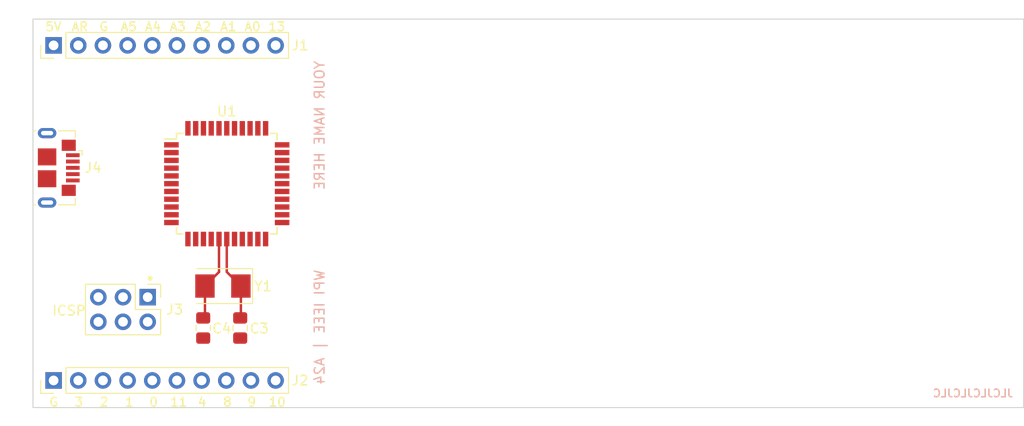
<source format=kicad_pcb>
(kicad_pcb (version 20240108) (generator "pcbnew") (generator_version "8.0")
  (title_block (title "Essentials of PCB Design Starter Board"))
  (layers (0 "F.Cu" signal) (31 "B.Cu" signal) (34 "B.Paste" user) (35 "F.Paste" user) (36 "B.SilkS" user "B.Silkscreen") (37 "F.SilkS" user "F.Silkscreen") (38 "B.Mask" user) (39 "F.Mask" user) (44 "Edge.Cuts" user))
  (net 0 "")
  (net 1 "+5V")
  (net 2 "GND")
  (net 3 "Net-(U1-XTAL1)")
  (net 4 "Net-(U1-XTAL2)")
  (net 5 "Net-(U1-UCAP)")
  (net 6 "/TXLED")
  (net 7 "/RXLED")
  (net 8 "/MISO")
  (net 9 "/SCK")
  (net 10 "/MOSI")
  (net 11 "/RESET")
  (net 12 "Net-(J4-VBUS)")
  (net 13 "/U_D-")
  (net 14 "/U_D+")
  (net 17 "/D+")
  (net 18 "/D-")
  (net 19 "/LED_DIN")
  (net 20 "/AREF")
  (net 21 "/A0")
  (net 22 "/A1")
  (net 23 "/A2")
  (net 24 "/A3")
  (net 25 "/A4")
  (net 26 "/A5")
  (net 28 "/D13")
  (net 29 "/D3")
  (net 30 "/D2")
  (net 31 "/D0")
  (net 32 "/D1")
  (net 33 "/D4")
  (net 34 "/D11")
  (net 36 "/D8")
  (net 37 "/D9")
  (net 39 "/D10")
  (footprint "Capacitor_SMD:C_0805_2012Metric_Pad1.18x1.45mm_HandSolder" (layer "F.Cu") (at 69.342 157.099 -90)
    (property "Reference" "C3" (at 0.051 -1.958 180) (layer "F.SilkS"))
    (property "Value" "22pF")
    (fp_line (start -0.261252 0.735) (end 0.261252 0.735) (stroke (width 0.12)) (layer "F.SilkS"))
    (fp_line (start -0.261252 -0.735) (end 0.261252 -0.735) (stroke (width 0.12)) (layer "F.SilkS"))
    (pad "1" smd roundrect (at -1.0375 0 270) (size 1.175 1.45) (layers "F.Cu" "F.Paste" "F.Mask") (roundrect_rratio 0.2127659574) (net 3 "Net-(U1-XTAL1)"))
    (pad "2" smd roundrect (at 1.0375 0 270) (size 1.175 1.45) (layers "F.Cu" "F.Paste" "F.Mask") (roundrect_rratio 0.2127659574) (net 2 "GND"))
  )
  (footprint "Connector_PinHeader_2.54mm:PinHeader_2x03_P2.54mm_Vertical" (layer "F.Cu") (at 59.817 153.924 -90)
    (property "Reference" "J3" (at 1.276 -2.783 180) (layer "F.SilkS"))
    (property "Value" "ICSP")
    (fp_line (start -1.33 6.41) (end 3.87 6.41) (stroke (width 0.12)) (layer "F.SilkS"))
    (fp_line (start -1.33 1.27) (end -1.33 6.41) (stroke (width 0.12)) (layer "F.SilkS"))
    (fp_line (start -1.33 1.27) (end 1.27 1.27) (stroke (width 0.12)) (layer "F.SilkS"))
    (fp_line (start 1.27 1.27) (end 1.27 -1.33) (stroke (width 0.12)) (layer "F.SilkS"))
    (fp_line (start -1.33 0) (end -1.33 -1.33) (stroke (width 0.12)) (layer "F.SilkS"))
    (fp_line (start -1.33 -1.33) (end 0 -1.33) (stroke (width 0.12)) (layer "F.SilkS"))
    (fp_line (start 1.27 -1.33) (end 3.87 -1.33) (stroke (width 0.12)) (layer "F.SilkS"))
    (fp_line (start 3.87 -1.33) (end 3.87 6.41) (stroke (width 0.12)) (layer "F.SilkS"))
    (pad "1" thru_hole rect (at 0 0 270) (size 1.7 1.7) (drill 1) (layers "*.Cu" "*.Mask") (net 8 "/MISO"))
    (pad "2" thru_hole oval (at 2.54 0 270) (size 1.7 1.7) (drill 1) (layers "*.Cu" "*.Mask") (net 1 "+5V"))
    (pad "3" thru_hole oval (at 0 2.54 270) (size 1.7 1.7) (drill 1) (layers "*.Cu" "*.Mask") (net 9 "/SCK"))
    (pad "4" thru_hole oval (at 2.54 2.54 270) (size 1.7 1.7) (drill 1) (layers "*.Cu" "*.Mask") (net 10 "/MOSI"))
    (pad "5" thru_hole oval (at 0 5.08 270) (size 1.7 1.7) (drill 1) (layers "*.Cu" "*.Mask") (net 11 "/RESET"))
    (pad "6" thru_hole oval (at 2.54 5.08 270) (size 1.7 1.7) (drill 1) (layers "*.Cu" "*.Mask") (net 2 "GND"))
  )
  (footprint "Crystal:Crystal_SMD_5032-2Pin_5.0x3.2mm" (layer "F.Cu") (at 67.564 152.781 180)
    (property "Reference" "Y1" (at -4.136 -0.019 0) (layer "F.SilkS"))
    (property "Value" "16MHz")
    (fp_line (start 2.7 -1.8) (end -3.05 -1.8) (stroke (width 0.12)) (layer "F.SilkS"))
    (fp_line (start -3.05 1.8) (end 2.7 1.8) (stroke (width 0.12)) (layer "F.SilkS"))
    (fp_line (start -3.05 -1.8) (end -3.05 1.8) (stroke (width 0.12)) (layer "F.SilkS"))
    (pad "1" smd rect (at -1.85 0 180) (size 2 2.4) (layers "F.Cu" "F.Paste" "F.Mask") (net 3 "Net-(U1-XTAL1)"))
    (pad "2" smd rect (at 1.85 0 180) (size 2 2.4) (layers "F.Cu" "F.Paste" "F.Mask") (net 4 "Net-(U1-XTAL2)"))
  )
  (footprint "Connector_PinHeader_2.54mm:PinHeader_1x10_P2.54mm_Vertical" (layer "F.Cu") (at 50.13 128 90)
    (property "Reference" "J1" (at 0 25.37 180) (layer "F.SilkS"))
    (property "Value" "Conn_01x10")
    (fp_line (start -1.33 -1.33) (end 0 -1.33) (stroke (width 0.12)) (layer "F.SilkS"))
    (fp_line (start -1.33 0) (end -1.33 -1.33) (stroke (width 0.12)) (layer "F.SilkS"))
    (fp_line (start 1.33 1.27) (end 1.33 24.19) (stroke (width 0.12)) (layer "F.SilkS"))
    (fp_line (start -1.33 1.27) (end 1.33 1.27) (stroke (width 0.12)) (layer "F.SilkS"))
    (fp_line (start -1.33 1.27) (end -1.33 24.19) (stroke (width 0.12)) (layer "F.SilkS"))
    (fp_line (start -1.33 24.19) (end 1.33 24.19) (stroke (width 0.12)) (layer "F.SilkS"))
    (pad "1" thru_hole rect (at 0 0 90) (size 1.7 1.7) (drill 1) (layers "*.Cu" "*.Mask") (net 1 "+5V"))
    (pad "2" thru_hole oval (at 0 2.54 90) (size 1.7 1.7) (drill 1) (layers "*.Cu" "*.Mask") (net 20 "/AREF"))
    (pad "3" thru_hole oval (at 0 5.08 90) (size 1.7 1.7) (drill 1) (layers "*.Cu" "*.Mask") (net 2 "GND"))
    (pad "4" thru_hole oval (at 0 7.62 90) (size 1.7 1.7) (drill 1) (layers "*.Cu" "*.Mask") (net 26 "/A5"))
    (pad "5" thru_hole oval (at 0 10.16 90) (size 1.7 1.7) (drill 1) (layers "*.Cu" "*.Mask") (net 25 "/A4"))
    (pad "6" thru_hole oval (at 0 12.7 90) (size 1.7 1.7) (drill 1) (layers "*.Cu" "*.Mask") (net 24 "/A3"))
    (pad "7" thru_hole oval (at 0 15.24 90) (size 1.7 1.7) (drill 1) (layers "*.Cu" "*.Mask") (net 23 "/A2"))
    (pad "8" thru_hole oval (at 0 17.78 90) (size 1.7 1.7) (drill 1) (layers "*.Cu" "*.Mask") (net 22 "/A1"))
    (pad "9" thru_hole oval (at 0 20.32 90) (size 1.7 1.7) (drill 1) (layers "*.Cu" "*.Mask") (net 21 "/A0"))
    (pad "10" thru_hole oval (at 0 22.86 90) (size 1.7 1.7) (drill 1) (layers "*.Cu" "*.Mask") (net 28 "/D13"))
  )
  (footprint "LOGO" (layer "F.Cu") (at 142.15 161.8)
    (property "Reference" "G***" (hide yes))
    (property "Value" "LOGO" (hide yes))
  )
  (footprint "Capacitor_SMD:C_0805_2012Metric_Pad1.18x1.45mm_HandSolder" (layer "F.Cu") (at 65.532 157.099 -90)
    (property "Reference" "C4" (at 0.051 -1.918 180) (layer "F.SilkS"))
    (property "Value" "22pF")
    (fp_line (start -0.261252 0.735) (end 0.261252 0.735) (stroke (width 0.12)) (layer "F.SilkS"))
    (fp_line (start -0.261252 -0.735) (end 0.261252 -0.735) (stroke (width 0.12)) (layer "F.SilkS"))
    (pad "1" smd roundrect (at -1.0375 0 270) (size 1.175 1.45) (layers "F.Cu" "F.Paste" "F.Mask") (roundrect_rratio 0.2127659574) (net 4 "Net-(U1-XTAL2)"))
    (pad "2" smd roundrect (at 1.0375 0 270) (size 1.175 1.45) (layers "F.Cu" "F.Paste" "F.Mask") (roundrect_rratio 0.2127659574) (net 2 "GND"))
  )
  (footprint "Connector_PinHeader_2.54mm:PinHeader_1x10_P2.54mm_Vertical" (layer "F.Cu") (at 50.13 162.5 90)
    (property "Reference" "J2" (at 0 25.37 0) (layer "F.SilkS"))
    (property "Value" "Conn_01x10")
    (fp_line (start -1.33 -1.33) (end 0 -1.33) (stroke (width 0.12)) (layer "F.SilkS"))
    (fp_line (start -1.33 0) (end -1.33 -1.33) (stroke (width 0.12)) (layer "F.SilkS"))
    (fp_line (start 1.33 1.27) (end 1.33 24.19) (stroke (width 0.12)) (layer "F.SilkS"))
    (fp_line (start -1.33 1.27) (end 1.33 1.27) (stroke (width 0.12)) (layer "F.SilkS"))
    (fp_line (start -1.33 1.27) (end -1.33 24.19) (stroke (width 0.12)) (layer "F.SilkS"))
    (fp_line (start -1.33 24.19) (end 1.33 24.19) (stroke (width 0.12)) (layer "F.SilkS"))
    (pad "1" thru_hole rect (at 0 0 90) (size 1.7 1.7) (drill 1) (layers "*.Cu" "*.Mask") (net 2 "GND"))
    (pad "2" thru_hole oval (at 0 2.54 90) (size 1.7 1.7) (drill 1) (layers "*.Cu" "*.Mask") (net 29 "/D3"))
    (pad "3" thru_hole oval (at 0 5.08 90) (size 1.7 1.7) (drill 1) (layers "*.Cu" "*.Mask") (net 30 "/D2"))
    (pad "4" thru_hole oval (at 0 7.62 90) (size 1.7 1.7) (drill 1) (layers "*.Cu" "*.Mask") (net 32 "/D1"))
    (pad "5" thru_hole oval (at 0 10.16 90) (size 1.7 1.7) (drill 1) (layers "*.Cu" "*.Mask") (net 31 "/D0"))
    (pad "6" thru_hole oval (at 0 12.7 90) (size 1.7 1.7) (drill 1) (layers "*.Cu" "*.Mask") (net 34 "/D11"))
    (pad "7" thru_hole oval (at 0 15.24 90) (size 1.7 1.7) (drill 1) (layers "*.Cu" "*.Mask") (net 33 "/D4"))
    (pad "8" thru_hole oval (at 0 17.78 90) (size 1.7 1.7) (drill 1) (layers "*.Cu" "*.Mask") (net 36 "/D8"))
    (pad "9" thru_hole oval (at 0 20.32 90) (size 1.7 1.7) (drill 1) (layers "*.Cu" "*.Mask") (net 37 "/D9"))
    (pad "10" thru_hole oval (at 0 22.86 90) (size 1.7 1.7) (drill 1) (layers "*.Cu" "*.Mask") (net 39 "/D10"))
  )
  (footprint "Connector_USB:USB_Micro-B_GCT_USB3076-30-A" (layer "F.Cu") (at 50.659 140.607 -90)
    (property "Reference" "J4" (at -0.007 -3.541 180) (layer "F.SilkS"))
    (property "Value" "USB_B_Micro")
    (fp_line (start -3.81 2.59) (end -3.81 2.38) (stroke (width 0.12)) (layer "F.SilkS"))
    (fp_line (start 3.81 2.59) (end 3.81 2.38) (stroke (width 0.12)) (layer "F.SilkS"))
    (fp_line (start -3.81 0.02) (end -3.81 -1.71) (stroke (width 0.12)) (layer "F.SilkS"))
    (fp_line (start 3.81 0.02) (end 3.81 -1.71) (stroke (width 0.12)) (layer "F.SilkS"))
    (fp_line (start -3.81 -1.71) (end -3.15 -1.71) (stroke (width 0.12)) (layer "F.SilkS"))
    (fp_line (start 3.81 -1.71) (end 3.16 -1.71) (stroke (width 0.12)) (layer "F.SilkS"))
    (fp_line (start -1.76 -2.41) (end -1.76 -2.02) (stroke (width 0.12)) (layer "F.SilkS"))
    (fp_line (start -1.76 -2.41) (end -1.31 -2.41) (stroke (width 0.12)) (layer "F.SilkS"))
    (pad "1" smd rect (at -1.3 -1.45 270) (size 0.4 1.4) (layers "F.Cu" "F.Paste" "F.Mask") (net 12 "Net-(J4-VBUS)"))
    (pad "2" smd rect (at -0.65 -1.45 270) (size 0.4 1.4) (layers "F.Cu" "F.Paste" "F.Mask") (net 13 "/U_D-"))
    (pad "3" smd rect (at 0 -1.45 270) (size 0.4 1.4) (layers "F.Cu" "F.Paste" "F.Mask") (net 14 "/U_D+"))
    (pad "4" smd rect (at 0.65 -1.45 270) (size 0.4 1.4) (layers "F.Cu" "F.Paste" "F.Mask"))
    (pad "5" smd rect (at 1.3 -1.45 270) (size 0.4 1.4) (layers "F.Cu" "F.Paste" "F.Mask") (net 2 "GND"))
    (pad "6" thru_hole oval (at -3.575 1.2 90) (size 1.05 1.9) (drill oval 0.45 1.25) (layers "*.Cu" "*.Mask"))
    (pad "6" smd rect (at -2.32 -1.03 270) (size 1.15 1.45) (layers "F.Cu" "F.Paste" "F.Mask"))
    (pad "6" smd rect (at -1.125 1.2 270) (size 1.75 1.9) (layers "F.Cu" "F.Paste" "F.Mask"))
    (pad "6" smd rect (at 1.125 1.2 270) (size 1.75 1.9) (layers "F.Cu" "F.Paste" "F.Mask"))
    (pad "6" smd rect (at 2.32 -1.03 270) (size 1.15 1.45) (layers "F.Cu" "F.Paste" "F.Mask"))
    (pad "6" thru_hole oval (at 3.575 1.2 270) (size 1.05 1.9) (drill oval 0.45 1.25) (layers "*.Cu" "*.Mask"))
  )
  (footprint "Package_QFP:TQFP-44_10x10mm_P0.8mm" (layer "F.Cu") (at 67.96 142.24)
    (property "Reference" "U1" (at 0 -7.45 0) (layer "F.SilkS"))
    (property "Value" "ATmega32U4-A")
    (fp_line (start -5.175 -5.175) (end -5.175 -4.6) (stroke (width 0.15)) (layer "F.SilkS"))
    (fp_line (start -5.175 -5.175) (end -4.5 -5.175) (stroke (width 0.15)) (layer "F.SilkS"))
    (fp_line (start -5.175 -4.6) (end -6.45 -4.6) (stroke (width 0.15)) (layer "F.SilkS"))
    (fp_line (start -5.175 5.175) (end -5.175 4.5) (stroke (width 0.15)) (layer "F.SilkS"))
    (fp_line (start -5.175 5.175) (end -4.5 5.175) (stroke (width 0.15)) (layer "F.SilkS"))
    (fp_line (start 5.175 -5.175) (end 4.5 -5.175) (stroke (width 0.15)) (layer "F.SilkS"))
    (fp_line (start 5.175 -5.175) (end 5.175 -4.5) (stroke (width 0.15)) (layer "F.SilkS"))
    (fp_line (start 5.175 5.175) (end 4.5 5.175) (stroke (width 0.15)) (layer "F.SilkS"))
    (fp_line (start 5.175 5.175) (end 5.175 4.5) (stroke (width 0.15)) (layer "F.SilkS"))
    (pad "1" smd rect (at -5.7 -4) (size 1.5 0.55) (layers "F.Cu" "F.Paste" "F.Mask"))
    (pad "2" smd rect (at -5.7 -3.2) (size 1.5 0.55) (layers "F.Cu" "F.Paste" "F.Mask") (net 1 "+5V"))
    (pad "3" smd rect (at -5.7 -2.4) (size 1.5 0.55) (layers "F.Cu" "F.Paste" "F.Mask") (net 18 "/D-"))
    (pad "4" smd rect (at -5.7 -1.6) (size 1.5 0.55) (layers "F.Cu" "F.Paste" "F.Mask") (net 17 "/D+"))
    (pad "5" smd rect (at -5.7 -0.8) (size 1.5 0.55) (layers "F.Cu" "F.Paste" "F.Mask") (net 2 "GND"))
    (pad "6" smd rect (at -5.7 0) (size 1.5 0.55) (layers "F.Cu" "F.Paste" "F.Mask") (net 5 "Net-(U1-UCAP)"))
    (pad "7" smd rect (at -5.7 0.8) (size 1.5 0.55) (layers "F.Cu" "F.Paste" "F.Mask") (net 1 "+5V"))
    (pad "8" smd rect (at -5.7 1.6) (size 1.5 0.55) (layers "F.Cu" "F.Paste" "F.Mask") (net 7 "/RXLED"))
    (pad "9" smd rect (at -5.7 2.4) (size 1.5 0.55) (layers "F.Cu" "F.Paste" "F.Mask") (net 9 "/SCK"))
    (pad "10" smd rect (at -5.7 3.2) (size 1.5 0.55) (layers "F.Cu" "F.Paste" "F.Mask") (net 10 "/MOSI"))
    (pad "11" smd rect (at -5.7 4) (size 1.5 0.55) (layers "F.Cu" "F.Paste" "F.Mask") (net 8 "/MISO"))
    (pad "12" smd rect (at -4 5.7 90) (size 1.5 0.55) (layers "F.Cu" "F.Paste" "F.Mask") (net 34 "/D11"))
    (pad "13" smd rect (at -3.2 5.7 90) (size 1.5 0.55) (layers "F.Cu" "F.Paste" "F.Mask") (net 11 "/RESET"))
    (pad "14" smd rect (at -2.4 5.7 90) (size 1.5 0.55) (layers "F.Cu" "F.Paste" "F.Mask") (net 1 "+5V"))
    (pad "15" smd rect (at -1.6 5.7 90) (size 1.5 0.55) (layers "F.Cu" "F.Paste" "F.Mask") (net 2 "GND"))
    (pad "16" smd rect (at -0.8 5.7 90) (size 1.5 0.55) (layers "F.Cu" "F.Paste" "F.Mask") (net 4 "Net-(U1-XTAL2)"))
    (pad "17" smd rect (at 0 5.7 90) (size 1.5 0.55) (layers "F.Cu" "F.Paste" "F.Mask") (net 3 "Net-(U1-XTAL1)"))
    (pad "18" smd rect (at 0.8 5.7 90) (size 1.5 0.55) (layers "F.Cu" "F.Paste" "F.Mask") (net 29 "/D3"))
    (pad "19" smd rect (at 1.6 5.7 90) (size 1.5 0.55) (layers "F.Cu" "F.Paste" "F.Mask") (net 30 "/D2"))
    (pad "20" smd rect (at 2.4 5.7 90) (size 1.5 0.55) (layers "F.Cu" "F.Paste" "F.Mask") (net 31 "/D0"))
    (pad "21" smd rect (at 3.2 5.7 90) (size 1.5 0.55) (layers "F.Cu" "F.Paste" "F.Mask") (net 32 "/D1"))
    (pad "22" smd rect (at 4 5.7 90) (size 1.5 0.55) (layers "F.Cu" "F.Paste" "F.Mask") (net 6 "/TXLED"))
    (pad "23" smd rect (at 5.7 4) (size 1.5 0.55) (layers "F.Cu" "F.Paste" "F.Mask") (net 2 "GND"))
    (pad "24" smd rect (at 5.7 3.2) (size 1.5 0.55) (layers "F.Cu" "F.Paste" "F.Mask") (net 1 "+5V"))
    (pad "25" smd rect (at 5.7 2.4) (size 1.5 0.55) (layers "F.Cu" "F.Paste" "F.Mask") (net 33 "/D4"))
    (pad "26" smd rect (at 5.7 1.6) (size 1.5 0.55) (layers "F.Cu" "F.Paste" "F.Mask"))
    (pad "27" smd rect (at 5.7 0.8) (size 1.5 0.55) (layers "F.Cu" "F.Paste" "F.Mask"))
    (pad "28" smd rect (at 5.7 0) (size 1.5 0.55) (layers "F.Cu" "F.Paste" "F.Mask") (net 36 "/D8"))
    (pad "29" smd rect (at 5.7 -0.8) (size 1.5 0.55) (layers "F.Cu" "F.Paste" "F.Mask") (net 37 "/D9"))
    (pad "30" smd rect (at 5.7 -1.6) (size 1.5 0.55) (layers "F.Cu" "F.Paste" "F.Mask") (net 39 "/D10"))
    (pad "31" smd rect (at 5.7 -2.4) (size 1.5 0.55) (layers "F.Cu" "F.Paste" "F.Mask") (net 19 "/LED_DIN"))
    (pad "32" smd rect (at 5.7 -3.2) (size 1.5 0.55) (layers "F.Cu" "F.Paste" "F.Mask") (net 28 "/D13"))
    (pad "33" smd rect (at 5.7 -4) (size 1.5 0.55) (layers "F.Cu" "F.Paste" "F.Mask") (net 2 "GND"))
    (pad "34" smd rect (at 4 -5.7 90) (size 1.5 0.55) (layers "F.Cu" "F.Paste" "F.Mask") (net 1 "+5V"))
    (pad "35" smd rect (at 3.2 -5.7 90) (size 1.5 0.55) (layers "F.Cu" "F.Paste" "F.Mask") (net 2 "GND"))
    (pad "36" smd rect (at 2.4 -5.7 90) (size 1.5 0.55) (layers "F.Cu" "F.Paste" "F.Mask") (net 21 "/A0"))
    (pad "37" smd rect (at 1.6 -5.7 90) (size 1.5 0.55) (layers "F.Cu" "F.Paste" "F.Mask") (net 22 "/A1"))
    (pad "38" smd rect (at 0.8 -5.7 90) (size 1.5 0.55) (layers "F.Cu" "F.Paste" "F.Mask") (net 23 "/A2"))
    (pad "39" smd rect (at 0 -5.7 90) (size 1.5 0.55) (layers "F.Cu" "F.Paste" "F.Mask") (net 24 "/A3"))
    (pad "40" smd rect (at -0.8 -5.7 90) (size 1.5 0.55) (layers "F.Cu" "F.Paste" "F.Mask") (net 25 "/A4"))
    (pad "41" smd rect (at -1.6 -5.7 90) (size 1.5 0.55) (layers "F.Cu" "F.Paste" "F.Mask") (net 26 "/A5"))
    (pad "42" smd rect (at -2.4 -5.7 90) (size 1.5 0.55) (layers "F.Cu" "F.Paste" "F.Mask") (net 20 "/AREF"))
    (pad "43" smd rect (at -3.2 -5.7 90) (size 1.5 0.55) (layers "F.Cu" "F.Paste" "F.Mask") (net 2 "GND"))
    (pad "44" smd rect (at -4 -5.7 90) (size 1.5 0.55) (layers "F.Cu" "F.Paste" "F.Mask") (net 1 "+5V"))
  )
  (gr_rect (start 48.006 125.292) (end 150.006 165.292) (stroke (width 0.1)) (fill none) (layer "Edge.Cuts"))
  (gr_text "WPI IEEE | A24" (at 78.1 151 90) (layer "B.SilkS") (effects (font (size 1 1)) (justify left bottom mirror)))
  (gr_text "YOUR NAME HERE" (at 78.1 129.5 90) (layer "B.SilkS") (effects (font (size 1 1) (thickness 0.15) (bold yes)) (justify left bottom mirror)))
  (gr_text "JLCJLCJLCJLC" (at 149.006 164.292 0) (layer "B.SilkS") (effects (font (size 0.8 0.8) (thickness 0.15) (bold yes)) (justify left bottom mirror)))
  (gr_text "." (at 59.45 152.25 0) (layer "F.SilkS") (effects (font (size 1.5 1.5) (thickness 0.375) (bold yes)) (justify left bottom)))
  (gr_text "8" (at 67.5 165.25 0) (layer "F.SilkS") (effects (font (size 0.9 0.9)) (justify left bottom)))
  (gr_text "1" (at 57.4 165.25 0) (layer "F.SilkS") (effects (font (size 0.9 0.9)) (justify left bottom)))
  (gr_text "13" (at 72.15 126.6 0) (layer "F.SilkS") (effects (font (size 0.9 0.9)) (justify left bottom)))
  (gr_text "ICSP" (at 49.9 155.9 0) (layer "F.SilkS") (effects (font (size 1 1)) (justify left bottom)))
  (gr_text "A3" (at 62 126.6 0) (layer "F.SilkS") (effects (font (size 0.9 0.9)) (justify left bottom)))
  (gr_text "A2" (at 64.6 126.6 0) (layer "F.SilkS") (effects (font (size 0.9 0.9)) (justify left bottom)))
  (gr_text "9" (at 70 165.25 0) (layer "F.SilkS") (effects (font (size 0.9 0.9)) (justify left bottom)))
  (gr_text "A5" (at 56.95 126.6 0) (layer "F.SilkS") (effects (font (size 0.9 0.9)) (justify left bottom)))
  (gr_text "AR" (at 51.9 126.6 0) (layer "F.SilkS") (effects (font (size 0.9 0.9)) (justify left bottom)))
  (gr_text "3" (at 52.2 165.25 0) (layer "F.SilkS") (effects (font (size 0.9 0.9)) (justify left bottom)))
  (gr_text "4" (at 64.9 165.25 0) (layer "F.SilkS") (effects (font (size 0.9 0.9)) (justify left bottom)))
  (gr_text "5V" (at 49.2 126.6 0) (layer "F.SilkS") (effects (font (size 0.9 0.9)) (justify left bottom)))
  (gr_text "A0" (at 69.7 126.6 0) (layer "F.SilkS") (effects (font (size 0.9 0.9)) (justify left bottom)))
  (gr_text "G" (at 54.75 126.6 0) (layer "F.SilkS") (effects (font (size 0.9 0.9)) (justify left bottom)))
  (gr_text "A4" (at 59.45 126.6 0) (layer "F.SilkS") (effects (font (size 0.9 0.9)) (justify left bottom)))
  (gr_text "A1" (at 67.2 126.6 0) (layer "F.SilkS") (effects (font (size 0.9 0.9)) (justify left bottom)))
  (gr_text "G" (at 49.6 165.25 0) (layer "F.SilkS") (effects (font (size 0.9 0.9)) (justify left bottom)))
  (gr_text "10" (at 72.2 165.25 0) (layer "F.SilkS") (effects (font (size 0.9 0.9)) (justify left bottom)))
  (gr_text "0" (at 59.9 165.25 0) (layer "F.SilkS") (effects (font (size 0.9 0.9)) (justify left bottom)))
  (gr_text "2" (at 54.8 165.25 0) (layer "F.SilkS") (effects (font (size 0.9 0.9)) (justify left bottom)))
  (gr_text "11" (at 62.05 165.25 0) (layer "F.SilkS") (effects (font (size 0.9 0.9)) (justify left bottom)))
  (segment (start 69.414 155.9895) (end 69.342 156.0615) (width 0.25) (layer "F.Cu") (net 3))
  (segment (start 67.96 151.327) (end 69.414 152.781) (width 0.25) (layer "F.Cu") (net 3))
  (segment (start 67.96 147.94) (end 67.96 151.327) (width 0.25) (layer "F.Cu") (net 3))
  (segment (start 69.414 152.781) (end 69.414 155.9895) (width 0.25) (layer "F.Cu") (net 3))
  (segment (start 65.714 152.781) (end 65.714 155.8795) (width 0.25) (layer "F.Cu") (net 4))
  (segment (start 65.714 155.8795) (end 65.532 156.0615) (width 0.25) (layer "F.Cu") (net 4))
  (segment (start 67.16 147.94) (end 67.16 151.335) (width 0.25) (layer "F.Cu") (net 4))
  (segment (start 67.16 151.335) (end 65.714 152.781) (width 0.25) (layer "F.Cu") (net 4))
  (segment (start 70.45 162.95) (end 70.45 163) (width 0.25) (layer "F.Cu") (net 37))
)
</source>
